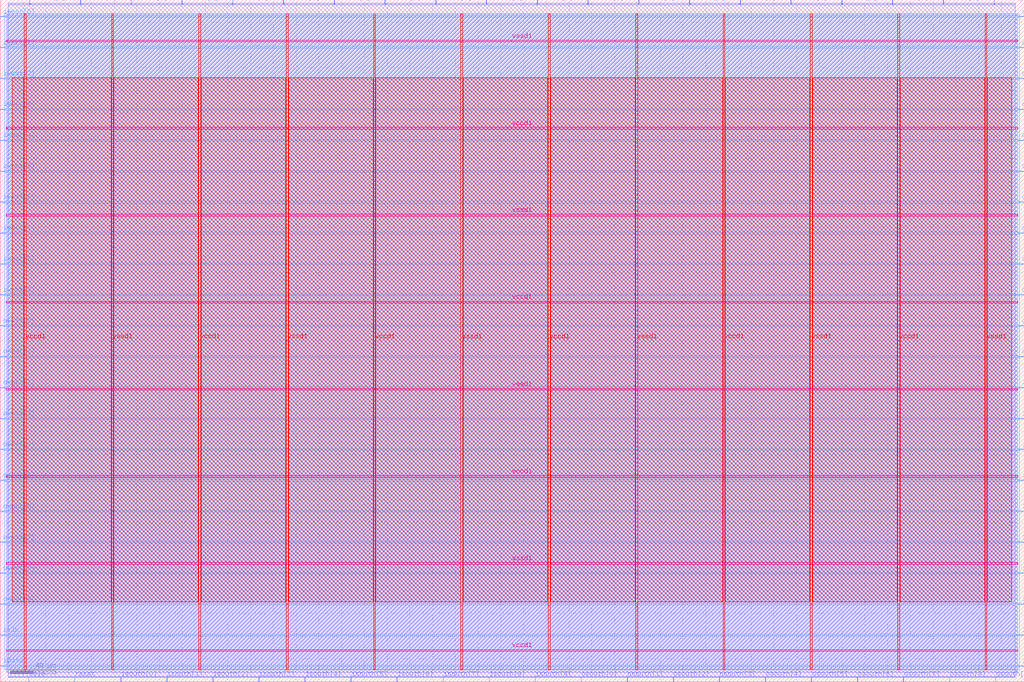
<source format=lef>
VERSION 5.7 ;
  NOWIREEXTENSIONATPIN ON ;
  DIVIDERCHAR "/" ;
  BUSBITCHARS "[]" ;
MACRO chaos_subarray
  CLASS BLOCK ;
  FOREIGN chaos_subarray ;
  ORIGIN 0.000 0.000 ;
  SIZE 900.000 BY 600.000 ;
  PIN hold
    DIRECTION INPUT ;
    USE SIGNAL ;
    PORT
      LAYER met2 ;
        RECT 24.930 0.000 25.210 4.000 ;
    END
  END hold
  PIN iclk
    DIRECTION INPUT ;
    USE SIGNAL ;
    PORT
      LAYER met3 ;
        RECT 0.000 40.840 4.000 41.440 ;
    END
  END iclk
  PIN idata
    DIRECTION INPUT ;
    USE SIGNAL ;
    PORT
      LAYER met3 ;
        RECT 0.000 13.640 4.000 14.240 ;
    END
  END idata
  PIN ieast[0]
    DIRECTION INPUT ;
    USE SIGNAL ;
    PORT
      LAYER met3 ;
        RECT 896.000 13.640 900.000 14.240 ;
    END
  END ieast[0]
  PIN ieast[1]
    DIRECTION INPUT ;
    USE SIGNAL ;
    PORT
      LAYER met3 ;
        RECT 896.000 40.840 900.000 41.440 ;
    END
  END ieast[1]
  PIN ieast[2]
    DIRECTION INPUT ;
    USE SIGNAL ;
    PORT
      LAYER met3 ;
        RECT 896.000 68.040 900.000 68.640 ;
    END
  END ieast[2]
  PIN ieast[3]
    DIRECTION INPUT ;
    USE SIGNAL ;
    PORT
      LAYER met3 ;
        RECT 896.000 95.240 900.000 95.840 ;
    END
  END ieast[3]
  PIN ieast[4]
    DIRECTION INPUT ;
    USE SIGNAL ;
    PORT
      LAYER met3 ;
        RECT 896.000 122.440 900.000 123.040 ;
    END
  END ieast[4]
  PIN ieast[5]
    DIRECTION INPUT ;
    USE SIGNAL ;
    PORT
      LAYER met3 ;
        RECT 896.000 149.640 900.000 150.240 ;
    END
  END ieast[5]
  PIN ieast[6]
    DIRECTION INPUT ;
    USE SIGNAL ;
    PORT
      LAYER met3 ;
        RECT 896.000 176.840 900.000 177.440 ;
    END
  END ieast[6]
  PIN ieast[7]
    DIRECTION INPUT ;
    USE SIGNAL ;
    PORT
      LAYER met3 ;
        RECT 896.000 204.040 900.000 204.640 ;
    END
  END ieast[7]
  PIN ieast[8]
    DIRECTION INPUT ;
    USE SIGNAL ;
    PORT
      LAYER met3 ;
        RECT 896.000 231.240 900.000 231.840 ;
    END
  END ieast[8]
  PIN ieast[9]
    DIRECTION INPUT ;
    USE SIGNAL ;
    PORT
      LAYER met3 ;
        RECT 896.000 258.440 900.000 259.040 ;
    END
  END ieast[9]
  PIN inorth[0]
    DIRECTION INPUT ;
    USE SIGNAL ;
    PORT
      LAYER met2 ;
        RECT 873.630 596.000 873.910 600.000 ;
    END
  END inorth[0]
  PIN inorth[1]
    DIRECTION INPUT ;
    USE SIGNAL ;
    PORT
      LAYER met2 ;
        RECT 829.010 596.000 829.290 600.000 ;
    END
  END inorth[1]
  PIN inorth[2]
    DIRECTION INPUT ;
    USE SIGNAL ;
    PORT
      LAYER met2 ;
        RECT 784.390 596.000 784.670 600.000 ;
    END
  END inorth[2]
  PIN inorth[3]
    DIRECTION INPUT ;
    USE SIGNAL ;
    PORT
      LAYER met2 ;
        RECT 739.770 596.000 740.050 600.000 ;
    END
  END inorth[3]
  PIN inorth[4]
    DIRECTION INPUT ;
    USE SIGNAL ;
    PORT
      LAYER met2 ;
        RECT 695.150 596.000 695.430 600.000 ;
    END
  END inorth[4]
  PIN inorth[5]
    DIRECTION INPUT ;
    USE SIGNAL ;
    PORT
      LAYER met2 ;
        RECT 650.530 596.000 650.810 600.000 ;
    END
  END inorth[5]
  PIN inorth[6]
    DIRECTION INPUT ;
    USE SIGNAL ;
    PORT
      LAYER met2 ;
        RECT 605.910 596.000 606.190 600.000 ;
    END
  END inorth[6]
  PIN inorth[7]
    DIRECTION INPUT ;
    USE SIGNAL ;
    PORT
      LAYER met2 ;
        RECT 561.290 596.000 561.570 600.000 ;
    END
  END inorth[7]
  PIN inorth[8]
    DIRECTION INPUT ;
    USE SIGNAL ;
    PORT
      LAYER met2 ;
        RECT 516.670 596.000 516.950 600.000 ;
    END
  END inorth[8]
  PIN inorth[9]
    DIRECTION INPUT ;
    USE SIGNAL ;
    PORT
      LAYER met2 ;
        RECT 472.050 596.000 472.330 600.000 ;
    END
  END inorth[9]
  PIN isouth[0]
    DIRECTION INPUT ;
    USE SIGNAL ;
    PORT
      LAYER met2 ;
        RECT 105.890 0.000 106.170 4.000 ;
    END
  END isouth[0]
  PIN isouth[1]
    DIRECTION INPUT ;
    USE SIGNAL ;
    PORT
      LAYER met2 ;
        RECT 146.370 0.000 146.650 4.000 ;
    END
  END isouth[1]
  PIN isouth[2]
    DIRECTION INPUT ;
    USE SIGNAL ;
    PORT
      LAYER met2 ;
        RECT 186.850 0.000 187.130 4.000 ;
    END
  END isouth[2]
  PIN isouth[3]
    DIRECTION INPUT ;
    USE SIGNAL ;
    PORT
      LAYER met2 ;
        RECT 227.330 0.000 227.610 4.000 ;
    END
  END isouth[3]
  PIN isouth[4]
    DIRECTION INPUT ;
    USE SIGNAL ;
    PORT
      LAYER met2 ;
        RECT 267.810 0.000 268.090 4.000 ;
    END
  END isouth[4]
  PIN isouth[5]
    DIRECTION INPUT ;
    USE SIGNAL ;
    PORT
      LAYER met2 ;
        RECT 308.290 0.000 308.570 4.000 ;
    END
  END isouth[5]
  PIN isouth[6]
    DIRECTION INPUT ;
    USE SIGNAL ;
    PORT
      LAYER met2 ;
        RECT 348.770 0.000 349.050 4.000 ;
    END
  END isouth[6]
  PIN isouth[7]
    DIRECTION INPUT ;
    USE SIGNAL ;
    PORT
      LAYER met2 ;
        RECT 389.250 0.000 389.530 4.000 ;
    END
  END isouth[7]
  PIN isouth[8]
    DIRECTION INPUT ;
    USE SIGNAL ;
    PORT
      LAYER met2 ;
        RECT 429.730 0.000 430.010 4.000 ;
    END
  END isouth[8]
  PIN isouth[9]
    DIRECTION INPUT ;
    USE SIGNAL ;
    PORT
      LAYER met2 ;
        RECT 470.210 0.000 470.490 4.000 ;
    END
  END isouth[9]
  PIN iwest[0]
    DIRECTION INPUT ;
    USE SIGNAL ;
    PORT
      LAYER met3 ;
        RECT 0.000 584.840 4.000 585.440 ;
    END
  END iwest[0]
  PIN iwest[1]
    DIRECTION INPUT ;
    USE SIGNAL ;
    PORT
      LAYER met3 ;
        RECT 0.000 557.640 4.000 558.240 ;
    END
  END iwest[1]
  PIN iwest[2]
    DIRECTION INPUT ;
    USE SIGNAL ;
    PORT
      LAYER met3 ;
        RECT 0.000 530.440 4.000 531.040 ;
    END
  END iwest[2]
  PIN iwest[3]
    DIRECTION INPUT ;
    USE SIGNAL ;
    PORT
      LAYER met3 ;
        RECT 0.000 503.240 4.000 503.840 ;
    END
  END iwest[3]
  PIN iwest[4]
    DIRECTION INPUT ;
    USE SIGNAL ;
    PORT
      LAYER met3 ;
        RECT 0.000 476.040 4.000 476.640 ;
    END
  END iwest[4]
  PIN iwest[5]
    DIRECTION INPUT ;
    USE SIGNAL ;
    PORT
      LAYER met3 ;
        RECT 0.000 448.840 4.000 449.440 ;
    END
  END iwest[5]
  PIN iwest[6]
    DIRECTION INPUT ;
    USE SIGNAL ;
    PORT
      LAYER met3 ;
        RECT 0.000 421.640 4.000 422.240 ;
    END
  END iwest[6]
  PIN iwest[7]
    DIRECTION INPUT ;
    USE SIGNAL ;
    PORT
      LAYER met3 ;
        RECT 0.000 394.440 4.000 395.040 ;
    END
  END iwest[7]
  PIN iwest[8]
    DIRECTION INPUT ;
    USE SIGNAL ;
    PORT
      LAYER met3 ;
        RECT 0.000 367.240 4.000 367.840 ;
    END
  END iwest[8]
  PIN iwest[9]
    DIRECTION INPUT ;
    USE SIGNAL ;
    PORT
      LAYER met3 ;
        RECT 0.000 340.040 4.000 340.640 ;
    END
  END iwest[9]
  PIN oclk
    DIRECTION OUTPUT TRISTATE ;
    USE SIGNAL ;
    PORT
      LAYER met3 ;
        RECT 896.000 557.640 900.000 558.240 ;
    END
  END oclk
  PIN odata
    DIRECTION OUTPUT TRISTATE ;
    USE SIGNAL ;
    PORT
      LAYER met3 ;
        RECT 896.000 584.840 900.000 585.440 ;
    END
  END odata
  PIN oeast[0]
    DIRECTION OUTPUT TRISTATE ;
    USE SIGNAL ;
    PORT
      LAYER met3 ;
        RECT 896.000 285.640 900.000 286.240 ;
    END
  END oeast[0]
  PIN oeast[1]
    DIRECTION OUTPUT TRISTATE ;
    USE SIGNAL ;
    PORT
      LAYER met3 ;
        RECT 896.000 312.840 900.000 313.440 ;
    END
  END oeast[1]
  PIN oeast[2]
    DIRECTION OUTPUT TRISTATE ;
    USE SIGNAL ;
    PORT
      LAYER met3 ;
        RECT 896.000 340.040 900.000 340.640 ;
    END
  END oeast[2]
  PIN oeast[3]
    DIRECTION OUTPUT TRISTATE ;
    USE SIGNAL ;
    PORT
      LAYER met3 ;
        RECT 896.000 367.240 900.000 367.840 ;
    END
  END oeast[3]
  PIN oeast[4]
    DIRECTION OUTPUT TRISTATE ;
    USE SIGNAL ;
    PORT
      LAYER met3 ;
        RECT 896.000 394.440 900.000 395.040 ;
    END
  END oeast[4]
  PIN oeast[5]
    DIRECTION OUTPUT TRISTATE ;
    USE SIGNAL ;
    PORT
      LAYER met3 ;
        RECT 896.000 421.640 900.000 422.240 ;
    END
  END oeast[5]
  PIN oeast[6]
    DIRECTION OUTPUT TRISTATE ;
    USE SIGNAL ;
    PORT
      LAYER met3 ;
        RECT 896.000 448.840 900.000 449.440 ;
    END
  END oeast[6]
  PIN oeast[7]
    DIRECTION OUTPUT TRISTATE ;
    USE SIGNAL ;
    PORT
      LAYER met3 ;
        RECT 896.000 476.040 900.000 476.640 ;
    END
  END oeast[7]
  PIN oeast[8]
    DIRECTION OUTPUT TRISTATE ;
    USE SIGNAL ;
    PORT
      LAYER met3 ;
        RECT 896.000 503.240 900.000 503.840 ;
    END
  END oeast[8]
  PIN oeast[9]
    DIRECTION OUTPUT TRISTATE ;
    USE SIGNAL ;
    PORT
      LAYER met3 ;
        RECT 896.000 530.440 900.000 531.040 ;
    END
  END oeast[9]
  PIN onorth[0]
    DIRECTION OUTPUT TRISTATE ;
    USE SIGNAL ;
    PORT
      LAYER met2 ;
        RECT 427.430 596.000 427.710 600.000 ;
    END
  END onorth[0]
  PIN onorth[1]
    DIRECTION OUTPUT TRISTATE ;
    USE SIGNAL ;
    PORT
      LAYER met2 ;
        RECT 382.810 596.000 383.090 600.000 ;
    END
  END onorth[1]
  PIN onorth[2]
    DIRECTION OUTPUT TRISTATE ;
    USE SIGNAL ;
    PORT
      LAYER met2 ;
        RECT 338.190 596.000 338.470 600.000 ;
    END
  END onorth[2]
  PIN onorth[3]
    DIRECTION OUTPUT TRISTATE ;
    USE SIGNAL ;
    PORT
      LAYER met2 ;
        RECT 293.570 596.000 293.850 600.000 ;
    END
  END onorth[3]
  PIN onorth[4]
    DIRECTION OUTPUT TRISTATE ;
    USE SIGNAL ;
    PORT
      LAYER met2 ;
        RECT 248.950 596.000 249.230 600.000 ;
    END
  END onorth[4]
  PIN onorth[5]
    DIRECTION OUTPUT TRISTATE ;
    USE SIGNAL ;
    PORT
      LAYER met2 ;
        RECT 204.330 596.000 204.610 600.000 ;
    END
  END onorth[5]
  PIN onorth[6]
    DIRECTION OUTPUT TRISTATE ;
    USE SIGNAL ;
    PORT
      LAYER met2 ;
        RECT 159.710 596.000 159.990 600.000 ;
    END
  END onorth[6]
  PIN onorth[7]
    DIRECTION OUTPUT TRISTATE ;
    USE SIGNAL ;
    PORT
      LAYER met2 ;
        RECT 115.090 596.000 115.370 600.000 ;
    END
  END onorth[7]
  PIN onorth[8]
    DIRECTION OUTPUT TRISTATE ;
    USE SIGNAL ;
    PORT
      LAYER met2 ;
        RECT 70.470 596.000 70.750 600.000 ;
    END
  END onorth[8]
  PIN onorth[9]
    DIRECTION OUTPUT TRISTATE ;
    USE SIGNAL ;
    PORT
      LAYER met2 ;
        RECT 25.850 596.000 26.130 600.000 ;
    END
  END onorth[9]
  PIN osouth[0]
    DIRECTION OUTPUT TRISTATE ;
    USE SIGNAL ;
    PORT
      LAYER met2 ;
        RECT 510.690 0.000 510.970 4.000 ;
    END
  END osouth[0]
  PIN osouth[1]
    DIRECTION OUTPUT TRISTATE ;
    USE SIGNAL ;
    PORT
      LAYER met2 ;
        RECT 551.170 0.000 551.450 4.000 ;
    END
  END osouth[1]
  PIN osouth[2]
    DIRECTION OUTPUT TRISTATE ;
    USE SIGNAL ;
    PORT
      LAYER met2 ;
        RECT 591.650 0.000 591.930 4.000 ;
    END
  END osouth[2]
  PIN osouth[3]
    DIRECTION OUTPUT TRISTATE ;
    USE SIGNAL ;
    PORT
      LAYER met2 ;
        RECT 632.130 0.000 632.410 4.000 ;
    END
  END osouth[3]
  PIN osouth[4]
    DIRECTION OUTPUT TRISTATE ;
    USE SIGNAL ;
    PORT
      LAYER met2 ;
        RECT 672.610 0.000 672.890 4.000 ;
    END
  END osouth[4]
  PIN osouth[5]
    DIRECTION OUTPUT TRISTATE ;
    USE SIGNAL ;
    PORT
      LAYER met2 ;
        RECT 713.090 0.000 713.370 4.000 ;
    END
  END osouth[5]
  PIN osouth[6]
    DIRECTION OUTPUT TRISTATE ;
    USE SIGNAL ;
    PORT
      LAYER met2 ;
        RECT 753.570 0.000 753.850 4.000 ;
    END
  END osouth[6]
  PIN osouth[7]
    DIRECTION OUTPUT TRISTATE ;
    USE SIGNAL ;
    PORT
      LAYER met2 ;
        RECT 794.050 0.000 794.330 4.000 ;
    END
  END osouth[7]
  PIN osouth[8]
    DIRECTION OUTPUT TRISTATE ;
    USE SIGNAL ;
    PORT
      LAYER met2 ;
        RECT 834.530 0.000 834.810 4.000 ;
    END
  END osouth[8]
  PIN osouth[9]
    DIRECTION OUTPUT TRISTATE ;
    USE SIGNAL ;
    PORT
      LAYER met2 ;
        RECT 875.010 0.000 875.290 4.000 ;
    END
  END osouth[9]
  PIN owest[0]
    DIRECTION OUTPUT TRISTATE ;
    USE SIGNAL ;
    PORT
      LAYER met3 ;
        RECT 0.000 312.840 4.000 313.440 ;
    END
  END owest[0]
  PIN owest[1]
    DIRECTION OUTPUT TRISTATE ;
    USE SIGNAL ;
    PORT
      LAYER met3 ;
        RECT 0.000 285.640 4.000 286.240 ;
    END
  END owest[1]
  PIN owest[2]
    DIRECTION OUTPUT TRISTATE ;
    USE SIGNAL ;
    PORT
      LAYER met3 ;
        RECT 0.000 258.440 4.000 259.040 ;
    END
  END owest[2]
  PIN owest[3]
    DIRECTION OUTPUT TRISTATE ;
    USE SIGNAL ;
    PORT
      LAYER met3 ;
        RECT 0.000 231.240 4.000 231.840 ;
    END
  END owest[3]
  PIN owest[4]
    DIRECTION OUTPUT TRISTATE ;
    USE SIGNAL ;
    PORT
      LAYER met3 ;
        RECT 0.000 204.040 4.000 204.640 ;
    END
  END owest[4]
  PIN owest[5]
    DIRECTION OUTPUT TRISTATE ;
    USE SIGNAL ;
    PORT
      LAYER met3 ;
        RECT 0.000 176.840 4.000 177.440 ;
    END
  END owest[5]
  PIN owest[6]
    DIRECTION OUTPUT TRISTATE ;
    USE SIGNAL ;
    PORT
      LAYER met3 ;
        RECT 0.000 149.640 4.000 150.240 ;
    END
  END owest[6]
  PIN owest[7]
    DIRECTION OUTPUT TRISTATE ;
    USE SIGNAL ;
    PORT
      LAYER met3 ;
        RECT 0.000 122.440 4.000 123.040 ;
    END
  END owest[7]
  PIN owest[8]
    DIRECTION OUTPUT TRISTATE ;
    USE SIGNAL ;
    PORT
      LAYER met3 ;
        RECT 0.000 95.240 4.000 95.840 ;
    END
  END owest[8]
  PIN owest[9]
    DIRECTION OUTPUT TRISTATE ;
    USE SIGNAL ;
    PORT
      LAYER met3 ;
        RECT 0.000 68.040 4.000 68.640 ;
    END
  END owest[9]
  PIN reset
    DIRECTION INPUT ;
    USE SIGNAL ;
    PORT
      LAYER met2 ;
        RECT 65.410 0.000 65.690 4.000 ;
    END
  END reset
  PIN vccd1
    DIRECTION INOUT ;
    USE POWER ;
    PORT
      LAYER met4 ;
        RECT 21.040 10.640 22.640 587.760 ;
    END
    PORT
      LAYER met4 ;
        RECT 174.640 10.640 176.240 587.760 ;
    END
    PORT
      LAYER met4 ;
        RECT 328.240 10.640 329.840 587.760 ;
    END
    PORT
      LAYER met4 ;
        RECT 481.840 10.640 483.440 587.760 ;
    END
    PORT
      LAYER met4 ;
        RECT 635.440 10.640 637.040 587.760 ;
    END
    PORT
      LAYER met4 ;
        RECT 789.040 10.640 790.640 587.760 ;
    END
    PORT
      LAYER met5 ;
        RECT 5.280 26.730 894.480 28.330 ;
    END
    PORT
      LAYER met5 ;
        RECT 5.280 179.910 894.480 181.510 ;
    END
    PORT
      LAYER met5 ;
        RECT 5.280 333.090 894.480 334.690 ;
    END
    PORT
      LAYER met5 ;
        RECT 5.280 486.270 894.480 487.870 ;
    END
  END vccd1
  PIN vssd1
    DIRECTION INOUT ;
    USE GROUND ;
    PORT
      LAYER met4 ;
        RECT 97.840 10.640 99.440 587.760 ;
    END
    PORT
      LAYER met4 ;
        RECT 251.440 10.640 253.040 587.760 ;
    END
    PORT
      LAYER met4 ;
        RECT 405.040 10.640 406.640 587.760 ;
    END
    PORT
      LAYER met4 ;
        RECT 558.640 10.640 560.240 587.760 ;
    END
    PORT
      LAYER met4 ;
        RECT 712.240 10.640 713.840 587.760 ;
    END
    PORT
      LAYER met4 ;
        RECT 865.840 10.640 867.440 587.760 ;
    END
    PORT
      LAYER met5 ;
        RECT 5.280 103.320 894.480 104.920 ;
    END
    PORT
      LAYER met5 ;
        RECT 5.280 256.500 894.480 258.100 ;
    END
    PORT
      LAYER met5 ;
        RECT 5.280 409.680 894.480 411.280 ;
    END
    PORT
      LAYER met5 ;
        RECT 5.280 562.860 894.480 564.460 ;
    END
  END vssd1
  OBS
      LAYER li1 ;
        RECT 5.520 10.795 894.240 587.605 ;
      LAYER met1 ;
        RECT 5.520 8.200 894.240 587.760 ;
      LAYER met2 ;
        RECT 6.990 595.720 25.570 596.770 ;
        RECT 26.410 595.720 70.190 596.770 ;
        RECT 71.030 595.720 114.810 596.770 ;
        RECT 115.650 595.720 159.430 596.770 ;
        RECT 160.270 595.720 204.050 596.770 ;
        RECT 204.890 595.720 248.670 596.770 ;
        RECT 249.510 595.720 293.290 596.770 ;
        RECT 294.130 595.720 337.910 596.770 ;
        RECT 338.750 595.720 382.530 596.770 ;
        RECT 383.370 595.720 427.150 596.770 ;
        RECT 427.990 595.720 471.770 596.770 ;
        RECT 472.610 595.720 516.390 596.770 ;
        RECT 517.230 595.720 561.010 596.770 ;
        RECT 561.850 595.720 605.630 596.770 ;
        RECT 606.470 595.720 650.250 596.770 ;
        RECT 651.090 595.720 694.870 596.770 ;
        RECT 695.710 595.720 739.490 596.770 ;
        RECT 740.330 595.720 784.110 596.770 ;
        RECT 784.950 595.720 828.730 596.770 ;
        RECT 829.570 595.720 873.350 596.770 ;
        RECT 874.190 595.720 892.310 596.770 ;
        RECT 6.990 4.280 892.310 595.720 ;
        RECT 6.990 4.000 24.650 4.280 ;
        RECT 25.490 4.000 65.130 4.280 ;
        RECT 65.970 4.000 105.610 4.280 ;
        RECT 106.450 4.000 146.090 4.280 ;
        RECT 146.930 4.000 186.570 4.280 ;
        RECT 187.410 4.000 227.050 4.280 ;
        RECT 227.890 4.000 267.530 4.280 ;
        RECT 268.370 4.000 308.010 4.280 ;
        RECT 308.850 4.000 348.490 4.280 ;
        RECT 349.330 4.000 388.970 4.280 ;
        RECT 389.810 4.000 429.450 4.280 ;
        RECT 430.290 4.000 469.930 4.280 ;
        RECT 470.770 4.000 510.410 4.280 ;
        RECT 511.250 4.000 550.890 4.280 ;
        RECT 551.730 4.000 591.370 4.280 ;
        RECT 592.210 4.000 631.850 4.280 ;
        RECT 632.690 4.000 672.330 4.280 ;
        RECT 673.170 4.000 712.810 4.280 ;
        RECT 713.650 4.000 753.290 4.280 ;
        RECT 754.130 4.000 793.770 4.280 ;
        RECT 794.610 4.000 834.250 4.280 ;
        RECT 835.090 4.000 874.730 4.280 ;
        RECT 875.570 4.000 892.310 4.280 ;
      LAYER met3 ;
        RECT 4.000 585.840 896.000 587.685 ;
        RECT 4.400 584.440 895.600 585.840 ;
        RECT 4.000 558.640 896.000 584.440 ;
        RECT 4.400 557.240 895.600 558.640 ;
        RECT 4.000 531.440 896.000 557.240 ;
        RECT 4.400 530.040 895.600 531.440 ;
        RECT 4.000 504.240 896.000 530.040 ;
        RECT 4.400 502.840 895.600 504.240 ;
        RECT 4.000 477.040 896.000 502.840 ;
        RECT 4.400 475.640 895.600 477.040 ;
        RECT 4.000 449.840 896.000 475.640 ;
        RECT 4.400 448.440 895.600 449.840 ;
        RECT 4.000 422.640 896.000 448.440 ;
        RECT 4.400 421.240 895.600 422.640 ;
        RECT 4.000 395.440 896.000 421.240 ;
        RECT 4.400 394.040 895.600 395.440 ;
        RECT 4.000 368.240 896.000 394.040 ;
        RECT 4.400 366.840 895.600 368.240 ;
        RECT 4.000 341.040 896.000 366.840 ;
        RECT 4.400 339.640 895.600 341.040 ;
        RECT 4.000 313.840 896.000 339.640 ;
        RECT 4.400 312.440 895.600 313.840 ;
        RECT 4.000 286.640 896.000 312.440 ;
        RECT 4.400 285.240 895.600 286.640 ;
        RECT 4.000 259.440 896.000 285.240 ;
        RECT 4.400 258.040 895.600 259.440 ;
        RECT 4.000 232.240 896.000 258.040 ;
        RECT 4.400 230.840 895.600 232.240 ;
        RECT 4.000 205.040 896.000 230.840 ;
        RECT 4.400 203.640 895.600 205.040 ;
        RECT 4.000 177.840 896.000 203.640 ;
        RECT 4.400 176.440 895.600 177.840 ;
        RECT 4.000 150.640 896.000 176.440 ;
        RECT 4.400 149.240 895.600 150.640 ;
        RECT 4.000 123.440 896.000 149.240 ;
        RECT 4.400 122.040 895.600 123.440 ;
        RECT 4.000 96.240 896.000 122.040 ;
        RECT 4.400 94.840 895.600 96.240 ;
        RECT 4.000 69.040 896.000 94.840 ;
        RECT 4.400 67.640 895.600 69.040 ;
        RECT 4.000 41.840 896.000 67.640 ;
        RECT 4.400 40.440 895.600 41.840 ;
        RECT 4.000 14.640 896.000 40.440 ;
        RECT 4.400 13.240 895.600 14.640 ;
        RECT 4.000 10.715 896.000 13.240 ;
      LAYER met4 ;
        RECT 10.415 70.215 20.640 531.585 ;
        RECT 23.040 70.215 97.440 531.585 ;
        RECT 99.840 70.215 174.240 531.585 ;
        RECT 176.640 70.215 251.040 531.585 ;
        RECT 253.440 70.215 327.840 531.585 ;
        RECT 330.240 70.215 404.640 531.585 ;
        RECT 407.040 70.215 481.440 531.585 ;
        RECT 483.840 70.215 558.240 531.585 ;
        RECT 560.640 70.215 635.040 531.585 ;
        RECT 637.440 70.215 711.840 531.585 ;
        RECT 714.240 70.215 788.640 531.585 ;
        RECT 791.040 70.215 865.440 531.585 ;
        RECT 867.840 70.215 889.345 531.585 ;
  END
END chaos_subarray
END LIBRARY


</source>
